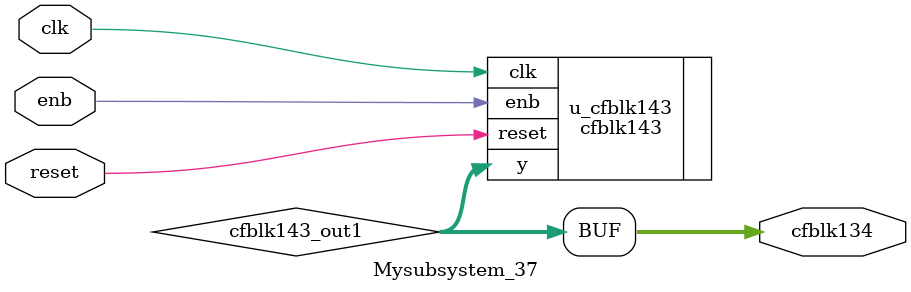
<source format=v>



`timescale 1 ns / 1 ns

module Mysubsystem_37
          (clk,
           reset,
           enb,
           cfblk134);


  input   clk;
  input   reset;
  input   enb;
  output  [7:0] cfblk134;  // uint8


  wire [7:0] cfblk143_out1;  // uint8


  cfblk143 u_cfblk143 (.clk(clk),
                       .reset(reset),
                       .enb(enb),
                       .y(cfblk143_out1)  // uint8
                       );

  assign cfblk134 = cfblk143_out1;

endmodule  // Mysubsystem_37


</source>
